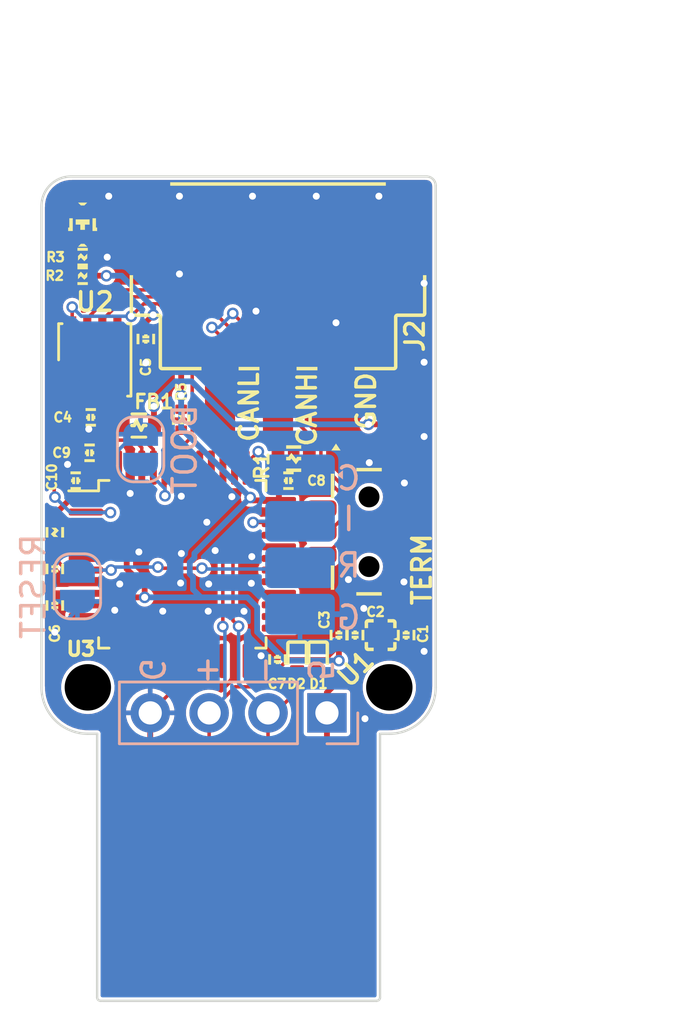
<source format=kicad_pcb>
(kicad_pcb (version 20201116) (generator pcbnew)
  (layers (0 "F.Cu" signal) (31 "B.Cu" signal) (34 "B.Paste" user) (35 "F.Paste" user) (36 "B.SilkS" user "B.Silkscreen") (37 "F.SilkS" user "F.Silkscreen") (38 "B.Mask" user) (39 "F.Mask" user) (44 "Edge.Cuts" user))
  (net 0 "")
  (net 1 "GND")
  (net 2 "+5V")
  (net 3 "+3V3")
  (net 4 "USB_D-")
  (net 5 "USB_D+")
  (net 6 "CAN-")
  (net 7 "CAN+")
  (net 8 "Net-(R1-Pad1)")
  (net 9 "Net-(SW1-Pad1)")
  (net 10 "CAN_EN")
  (net 11 "STATUS_LED")
  (net 12 "Net-(D3-PadRA)")
  (net 13 "CAN_TX")
  (net 14 "CAN_RX")
  (net 15 "Net-(U3-Pad44)")
  (net 16 "Net-(D3-PadGK)")
  (net 17 "Net-(U3-Pad42)")
  (net 18 "Net-(U3-Pad41)")
  (net 19 "Net-(U3-Pad40)")
  (net 20 "Net-(U3-Pad39)")
  (net 21 "Net-(U3-Pad38)")
  (net 22 "nRST")
  (net 23 "SWD_IO")
  (net 24 "Net-(U3-Pad31)")
  (net 25 "Net-(U3-Pad30)")
  (net 26 "Net-(U3-Pad29)")
  (net 27 "Net-(U3-Pad28)")
  (net 28 "Net-(U3-Pad27)")
  (net 29 "Net-(U3-Pad26)")
  (net 30 "Net-(U3-Pad25)")
  (net 31 "Net-(U3-Pad22)")
  (net 32 "Net-(U3-Pad21)")
  (net 33 "Net-(U3-Pad20)")
  (net 34 "Net-(U3-Pad19)")
  (net 35 "Net-(U3-Pad18)")
  (net 36 "Net-(U3-Pad17)")
  (net 37 "Net-(U3-Pad16)")
  (net 38 "Net-(U3-Pad15)")
  (net 39 "Net-(U3-Pad14)")
  (net 40 "Net-(U3-Pad13)")
  (net 41 "Net-(U3-Pad12)")
  (net 42 "Net-(U3-Pad11)")
  (net 43 "Net-(U3-Pad10)")
  (net 44 "SWD_CLK")
  (net 45 "Net-(U3-Pad6)")
  (net 46 "Net-(U3-Pad5)")
  (net 47 "Net-(U3-Pad4)")
  (net 48 "Net-(U3-Pad3)")
  (net 49 "Net-(C4-Pad1)")
  (footprint "Diode_SMD:1006_C" (layer "F.Cu") (at 153.425 85.3 -90)
    (fp_text reference "D1")
    (fp_text value "TVS")
  )
  (footprint "Capacitor_SMD:1005_C" (layer "F.Cu") (at 154.324999 84.25 90)
    (fp_text reference "C3")
    (fp_text value "10uF")
  )
  (footprint "Capacitor_SMD:1005_C" (layer "F.Cu") (at 157.225 84.25 90)
    (fp_text reference "C1")
    (fp_text value "1uF")
  )
  (footprint "Connector_JST:JST_XH_S3B-XH-SM4-TB_1x03_P2.50mm_RightAngle" (layer "F.Cu") (at 151.7 64.9 180)
    (fp_text reference "J2")
    (fp_text value "CAN")
  )
  (footprint "Package_QFP:LQFP-48_7x7mm_P0.5mm" (layer "F.Cu") (at 147.575 81.2)
    (fp_text reference "U3")
    (fp_text value "STM32L552C(C-E)Tx")
  )
  (footprint "Resistor_SMD:1608_C" (layer "F.Cu") (at 152.375 76.65 180)
    (fp_text reference "R1")
    (fp_text value "120")
  )
  (footprint "Capacitor_SMD:1005_C" (layer "F.Cu") (at 142.075 82.975 -90)
    (fp_text reference "C6")
    (fp_text value "0.1uF")
  )
  (footprint "Resistor_SMD:1005_C" (layer "F.Cu") (at 147.525 74.975 90)
    (fp_text reference "R5")
    (fp_text value "10k")
  )
  (footprint "Inductor_SMD:1608_C" (layer "F.Cu") (at 145.7 75.225)
    (fp_text reference "FB1")
    (fp_text value "FILTER")
  )
  (footprint "Capacitor_SMD:1005_C" (layer "F.Cu") (at 143.575 76.4 180)
    (fp_text reference "C9")
    (fp_text value "0.1uF")
  )
  (footprint "Capacitor_SMD:1005_C" (layer "F.Cu") (at 152.15 77.6)
    (fp_text reference "C8")
    (fp_text value "0.1uF")
  )
  (footprint "Button_Switch_SMD:SPDT_Slide_HRO_K3-1293S" (layer "F.Cu") (at 155.625 79.8 90)
    (fp_text reference "SW1")
    (fp_text value "TERM")
  )
  (footprint "Resistor_SMD:1005_C" (layer "F.Cu") (at 143.275 67.975)
    (fp_text reference "R3")
    (fp_text value "680")
  )
  (footprint "Capacitor_SMD:1005_C" (layer "F.Cu") (at 155.025 84.25 90)
    (fp_text reference "C2")
    (fp_text value "0.1uF")
  )
  (footprint "Resistor_SMD:1005_C" (layer "F.Cu") (at 143.275 68.775 180)
    (fp_text reference "R2")
    (fp_text value "680")
  )
  (footprint "Capacitor_SMD:1005_C" (layer "F.Cu") (at 146 71.5 -90)
    (fp_text reference "C5")
    (fp_text value "0.1uF")
  )
  (footprint "Package_DFN_QFN:DFN-8-1EP_3x3mm_P0.65mm_EP1.55x2.4mm" (layer "F.Cu") (at 143.8 72.4 90)
    (fp_text reference "U2")
    (fp_text value "MCP2562FD" hide)
  )
  (footprint "Capacitor_SMD:1005_C" (layer "F.Cu") (at 151.675 85.3 90)
    (fp_text reference "C7")
    (fp_text value "0.1uF")
  )
  (footprint "Capacitor_SMD:1005_C" (layer "F.Cu") (at 142.975 77.6 180)
    (fp_text reference "C10")
    (fp_text value "0.1uF")
  )
  (footprint "Resistor_SMD:1005_C" (layer "F.Cu") (at 142.075001 79.825 -90)
    (fp_text reference "R4" hide)
    (fp_text value "10k")
  )
  (footprint "LED_SMD:Duo_LED_1.6x0.8_Kingbright_APHB1608LZGKSURKC" (layer "F.Cu") (at 143.275 66.575 90)
    (fp_text reference "D3")
    (fp_text value "USER" hide)
  )
  (footprint "Package_BGA:TI_DSBGA-4_0.875x0.875mm_Layout2x1x2_P0.35mm" (layer "F.Cu") (at 156.125 84.25 180)
    (fp_text reference "U1")
    (fp_text value "LP5907UVX-3.3")
  )
  (footprint "MountingHole:Plain_Hole_2mm" (layer "F.Cu") (at 143.5 86.5)
    (fp_text reference "H1" hide)
    (fp_text value "Mount_Hole_Ungrounded" hide)
  )
  (footprint "Capacitor_SMD:1005_C" (layer "F.Cu") (at 142.075 81.4 -90)
    (fp_text reference "C11" hide)
    (fp_text value "0.1uF")
  )
  (footprint "Capacitor_SMD:1005_C" (layer "F.Cu") (at 143.625 74.875 180)
    (fp_text reference "C4")
    (fp_text value "0.1uF")
  )
  (footprint "Connector_USB:USB_A_PCB_traces_small" (layer "F.Cu") (at 150 100 90)
    (fp_text reference "J1" hide)
    (fp_text value "PLUG" hide)
  )
  (footprint "Diode_SMD:1006_C" (layer "F.Cu") (at 152.525 85.3 -90)
    (fp_text reference "D2")
    (fp_text value "TVS")
  )
  (footprint "MountingHole:Plain_Hole_2mm" (layer "F.Cu") (at 156.5 86.5)
    (fp_text reference "H2" hide)
    (fp_text value "Mount_Hole_Ungrounded" hide)
  )
  (footprint "Jumper:SolderJumper-2_P1.3mm_Open_RoundedPad1.0x1.5mm" (layer "B.Cu") (at 145.775 76.25 -90)
    (fp_text reference "JP1" hide)
    (fp_text value "BOOT")
  )
  (footprint "Jumper:SolderJumper-2_P1.3mm_Open_RoundedPad1.0x1.5mm" (layer "B.Cu") (at 143.05 82.15 90)
    (fp_text reference "JP2" hide)
    (fp_text value "RESET")
  )
  (footprint "SH_Solder_Pads:4P_3x1.75_P2.0" (layer "B.Cu") (at 152.65 80.35 180)
    (fp_text reference "J3" hide)
    (fp_text value "SWD" hide)
  )
  (footprint "Connector_PinHeader_2.54mm:PinHeader_1x04_P2.54mm_Vertical" (layer "B.Cu") (at 153.81 87.6 90)
    (fp_text reference "J4" hide)
    (fp_text value "HEADER")
  )
  (gr_arc (start 156.5 86.5) (end 158.5 86.5) (angle 90) (layer "Edge.Cuts") (width 0.1))
  (gr_arc (start 143.5 86.5) (end 141.5 86.5) (angle -90) (layer "Edge.Cuts") (width 0.1))
  (gr_line (start 156.5 88.5) (end 156.1 88.5) (layer "Edge.Cuts") (width 0.1))
  (gr_line (start 155.95 100) (end 144.05 100) (layer "Edge.Cuts") (width 0.1))
  (gr_line (start 141.5 86.5) (end 141.5 65.775) (layer "Edge.Cuts") (width 0.1))
  (gr_line (start 158.5 64.9) (end 158.5 86.5) (layer "Edge.Cuts") (width 0.1))
  (gr_line (start 156.1 88.5) (end 156.1 99.85) (layer "Edge.Cuts") (width 0.1))
  (gr_arc (start 142.775 65.775) (end 142.775 64.5) (angle -90) (layer "Edge.Cuts") (width 0.1))
  (gr_arc (start 158.1 64.9) (end 158.5 64.9) (angle -90) (layer "Edge.Cuts") (width 0.1))
  (gr_line (start 142.775 64.5) (end 158.1 64.5) (layer "Edge.Cuts") (width 0.1))
  (gr_line (start 143.9 99.85) (end 143.9 88.5) (layer "Edge.Cuts") (width 0.1))
  (gr_line (start 143.5 88.5) (end 143.9 88.5) (layer "Edge.Cuts") (width 0.1))
  (gr_arc (start 144.05 99.85) (end 144.05 100) (angle 90) (layer "Edge.Cuts") (width 0.1))
  (gr_arc (start 155.95 99.85) (end 155.95 100) (angle -90) (layer "Edge.Cuts") (width 0.1))
  (gr_text "G" (at 146.25 85.75 270) (layer "B.SilkS") (effects (font (size 1 1)) (justify mirror)))
  (gr_text "-" (at 151.25 85.75 270) (layer "B.SilkS") (effects (font (size 1 1)) (justify mirror)))
  (gr_text "+" (at 148.75 85.75 270) (layer "B.SilkS") (effects (font (size 1 1)) (justify mirror)))
  (gr_text "5" (at 153.5 85.75 270) (layer "B.SilkS") (effects (font (size 1 1)) (justify mirror)))
  (gr_text "R" (at 154.75 81.25) (layer "B.SilkS") (effects (font (size 1 1)) (justify mirror)))
  (gr_text "C" (at 154.75 77.5) (layer "B.SilkS") (effects (font (size 1 1)) (justify mirror)))
  (gr_text "G" (at 154.75 83.5) (layer "B.SilkS") (effects (font (size 1 1)) (justify mirror)))
  (gr_text "I" (at 154.75 79.25) (layer "B.SilkS") (effects (font (size 1 1)) (justify mirror)))
  (gr_text "CANL" (at 150.45 72.85 90) (layer "F.SilkS") (effects (font (size 0.8 0.8)) (justify right)))
  (gr_text "GND" (at 155.5 72.85 90) (layer "F.SilkS") (effects (font (size 0.8 0.8)) (justify right)))
  (gr_text "CANH" (at 152.95 72.85 90) (layer "F.SilkS") (effects (font (size 0.8 0.8)) (justify right)))
  (segment (start 154.2 73.65) (end 155.95 73.65) (width 0.15) (layer "F.Cu") (net 1))
  (segment (start 153.425 84.85) (end 152.525 84.85) (width 0.15) (layer "F.Cu") (net 1))
  (segment (start 154.525 83.599999) (end 154.324999 83.8) (width 0.15) (layer "F.Cu") (net 1))
  (segment (start 154.525 76.825) (end 155.635 76.825) (width 0.15) (layer "F.Cu") (net 1))
  (segment (start 155.4 83.425) (end 155.025 83.8) (width 0.15) (layer "F.Cu") (net 1))
  (segment (start 157.3 87.85) (end 155.45 87.85) (width 0.15) (layer "F.Cu") (net 1))
  (segment (start 155.3 84.075) (end 155.025 83.8) (width 0.15) (layer "F.Cu") (net 1))
  (segment (start 154.525 82.775) (end 154.525 82.069811) (width 0.15) (layer "F.Cu") (net 1))
  (segment (start 148.63 79.39) (end 148.63 79.37) (width 0.15) (layer "F.Cu") (net 1))
  (segment (start 155.95 73.65) (end 158 75.7) (width 0.15) (layer "F.Cu") (net 1))
  (segment (start 154.2 73.65) (end 154.2 70.8) (width 0.15) (layer "F.Cu") (net 1))
  (segment (start 150.728002 78.800002) (end 145.975002 78.800002) (width 0.15) (layer "F.Cu") (net 1))
  (segment (start 156.725 82.775) (end 156.725 82.365) (width 0.15) (layer "F.Cu") (net 1))
  (segment (start 142.35 71.193214) (end 143.556786 72.4) (width 0.15) (layer "F.Cu") (net 1))
  (segment (start 148.69 83.22) (end 146.73 83.22) (width 0.15) (layer "F.Cu") (net 1))
  (segment (start 142.944782 69.4) (end 142.5 69.4) (width 0.15) (layer "F.Cu") (net 1))
  (segment (start 142.075 83.425) (end 142.075 84.125) (width 0.15) (layer "F.Cu") (net 1))
  (segment (start 154.2 73.65) (end 157.4 70.45) (width 0.15) (layer "F.Cu") (net 1))
  (segment (start 146 71.95) (end 146 72.525) (width 0.15) (layer "F.Cu") (net 1))
  (segment (start 154.324999 83.950001) (end 153.425 84.85) (width 0.15) (layer "F.Cu") (net 1))
  (segment (start 154.525 76.825) (end 154.525 73.975) (width 0.15) (layer "F.Cu") (net 1))
  (segment (start 154.324999 83.8) (end 154.324999 83.950001) (width 0.15) (layer "F.Cu") (net 1))
  (segment (start 156.725 76.825) (end 156.725 82.775) (width 0.15) (layer "F.Cu") (net 1))
  (segment (start 149.825 85.3625) (end 149.825 86.02428) (width 0.15) (layer "F.Cu") (net 1))
  (segment (start 149.825 86.02428) (end 149.324281 86.524999) (width 0.15) (layer "F.Cu") (net 1))
  (segment (start 148.71 82.05) (end 147.54 82.05) (width 0.15) (layer "F.Cu") (net 1))
  (segment (start 152.7 77.7) (end 152.6 77.6) (width 0.15) (layer "F.Cu") (net 1))
  (segment (start 155.725 82.775) (end 155.4 83.1) (width 0.15) (layer "F.Cu") (net 1))
  (segment (start 143.556786 72.4) (end 143.8 72.4) (width 0.15) (layer "F.Cu") (net 1))
  (segment (start 147.54 82.05) (end 147.5 82.01) (width 0.15) (layer "F.Cu") (net 1))
  (segment (start 144.775 81.95) (end 144.875 82.05) (width 0.15) (layer "F.Cu") (net 1))
  (segment (start 150.878 78.95) (end 150.728002 78.800002) (width 0.15) (layer "F.Cu") (net 1))
  (segment (start 146 71.95) (end 144.25 71.95) (width 0.15) (layer "F.Cu") (net 1))
  (segment (start 143.4125 81.95) (end 142.175 81.95) (width 0.15) (layer "F.Cu") (net 1))
  (segment (start 143.4125 81.95) (end 144.775 81.95) (width 0.15) (layer "F.Cu") (net 1))
  (segment (start 158 84.95) (end 158 87.15) (width 0.15) (layer "F.Cu") (net 1))
  (segment (start 151.7375 78.95) (end 152.45 78.95) (width 0.15) (layer "F.Cu") (net 1))
  (segment (start 144.25 71.95) (end 143.8 72.4) (width 0.15) (layer "F.Cu") (net 1))
  (segment (start 148.63 79.37) (end 149.71 78.29) (width 0.15) (layer "F.Cu") (net 1))
  (segment (start 151.675 84.85) (end 151.26 84.85) (width 0.15) (layer "F.Cu") (net 1))
  (segment (start 150.55 82.90866) (end 150.233091 83.225569) (width 0.15) (layer "F.Cu") (net 1))
  (segment (start 154.525 82.069811) (end 154.73603 81.858781) (width 0.15) (layer "F.Cu") (net 1))
  (segment (start 145.325 77.0375) (end 145.325 78.15) (width 0.15) (layer "F.Cu") (net 1))
  (segment (start 150.12573 84.39999) (end 151.22499 84.39999) (width 0.15) (layer "F.Cu") (net 1))
  (segment (start 147.66052 80.61) (end 147.533366 80.737154) (width 0.15) (layer "F.Cu") (net 1))
  (segment (start 156.725 76.825) (end 155.635 76.825) (width 0.15) (layer "F.Cu") (net 1))
  (segment (start 157.4 66.65) (end 146 66.65) (width 0.15) (layer "F.Cu") (net 1))
  (segment (start 152.7 78.7) (end 152.7 77.7) (width 0.15) (layer "F.Cu") (net 1))
  (segment (start 143.25001 68.44999) (end 143.25001 69.094772) (width 0.15) (layer "F.Cu") (net 1))
  (segment (start 150.55 82.02) (end 150.55 82.90866) (width 0.15) (layer "F.Cu") (net 1))
  (segment (start 149.825 85.3625) (end 149.825 84.70072) (width 0.15) (layer "F.Cu") (net 1))
  (segment (start 155.025 83.8) (end 154.324999 83.8) (width 0.15) (layer "F.Cu") (net 1))
  (segment (start 152.45 78.95) (end 152.7 78.7) (width 0.15) (layer "F.Cu") (net 1))
  (segment (start 150.55 80.89) (end 150.57 80.87) (width 0.15) (layer "F.Cu") (net 1))
  (segment (start 151.26 84.85) (end 150.97 85.14) (width 0.15) (layer "F.Cu") (net 1))
  (segment (start 144.335 67.975) (end 144.675 67.975) (width 0.15) (layer "F.Cu") (net 1))
  (segment (start 143.475 74.575) (end 143.475 73.95) (width 0.15) (layer "F.Cu") (net 1))
  (segment (start 156.725 82.365) (end 157.13 81.96) (width 0.15) (layer "F.Cu") (net 1))
  (segment (start 143.25001 69.094772) (end 142.944782 69.4) (width 0.15) (layer "F.Cu") (net 1))
  (segment (start 143.475 72.725) (end 143.8 72.4) (width 0.15) (layer "F.Cu") (net 1))
  (segment (start 157.4 70.45) (end 157.4 66.65) (width 0.15) (layer "F.Cu") (net 1))
  (segment (start 143.175 75.015) (end 143.54 75.38) (width 0.15) (layer "F.Cu") (net 1))
  (segment (start 154.525 82.775) (end 154.525 83.599999) (width 0.15) (layer "F.Cu") (net 1))
  (segment (start 151.7375 78.95) (end 150.878 78.95) (width 0.15) (layer "F.Cu") (net 1))
  (segment (start 148.99 80.61) (end 147.66052 80.61) (width 0.15) (layer "F.Cu") (net 1))
  (segment (start 142.175 81.95) (end 142.075 81.85) (width 0.15) (layer "F.Cu") (net 1))
  (segment (start 143.725 67.975) (end 144.335 67.975) (width 0.25) (layer "F.Cu") (net 1))
  (segment (start 154.525 73.975) (end 154.2 73.65) (width 0.15) (layer "F.Cu") (net 1))
  (segment (start 144.675 67.975) (end 146 66.65) (width 0.15) (layer "F.Cu") (net 1))
  (segment (start 156.725 82.775) (end 155.725 82.775) (width 0.15) (layer "F.Cu") (net 1))
  (segment (start 145.975002 78.800002) (end 145.325 78.15) (width 0.15) (layer "F.Cu") (net 1))
  (segment (start 155.95 84.075) (end 155.3 84.075) (width 0.15) (layer "F.Cu") (net 1))
  (segment (start 151.675 84.85) (end 152.525 84.85) (width 0.15) (layer "F.Cu") (net 1))
  (segment (start 142.5 69.4) (end 142.35 69.55) (width 0.15) (layer "F.Cu") (net 1))
  (segment (start 143.175 74.875) (end 143.175 75.015) (width 0.15) (layer "F.Cu") (net 1))
  (segment (start 147.45 65.35) (end 147.45 68.7) (width 0.15) (layer "F.Cu") (net 1))
  (segment (start 155.4 83.1) (end 155.4 83.425) (width 0.15) (layer "F.Cu") (net 1))
  (segment (start 143.725 67.975) (end 143.25001 68.44999) (width 0.15) (layer "F.Cu") (net 1))
  (segment (start 151.22499 84.39999) (end 151.675 84.85) (width 0.15) (layer "F.Cu") (net 1))
  (segment (start 150.55 82.02) (end 150.55 80.89) (width 0.15) (layer "F.Cu") (net 1))
  (segment (start 142.35 69.55) (end 142.35 71.193214) (width 0.15) (layer "F.Cu") (net 1))
  (segment (start 156.05 65.35) (end 153.35 65.35) (width 0.15) (layer "F.Cu") (net 1))
  (segment (start 156.725 83.3) (end 157.225 83.8) (width 0.15) (layer "F.Cu") (net 1))
  (segment (start 158 87.15) (end 157.3 87.85) (width 0.15) (layer "F.Cu") (net 1))
  (segment (start 143.175 74.875) (end 143.475 74.575) (width 0.15) (layer "F.Cu") (net 1))
  (segment (start 143.475 73.95) (end 143.475 72.725) (width 0.15) (layer "F.Cu") (net 1))
  (segment (start 149.825 84.70072) (end 150.12573 84.39999) (width 0.15) (layer "F.Cu") (net 1))
  (segment (start 150.6 65.35) (end 147.45 65.35) (width 0.15) (layer "F.Cu") (net 1))
  (segment (start 156.725 82.775) (end 156.725 83.3) (width 0.15) (layer "F.Cu") (net 1))
  (segment (start 146.19 95.15) (end 146.19 87.6) (width 0.25) (layer "F.Cu") (net 1))
  (segment (start 147.265001 86.524999) (end 146.19 87.6) (width 0.15) (layer "F.Cu") (net 1))
  (segment (start 142.525 77.6) (end 142.525 77) (width 0.15) (layer "F.Cu") (net 1))
  (segment (start 149.324281 86.524999) (end 147.265001 86.524999) (width 0.15) (layer "F.Cu") (net 1))
  (segment (start 158 72.5) (end 158 69.1) (width 0.15) (layer "F.Cu") (net 1))
  (segment (start 142.525 77) (end 143.125 76.4) (width 0.15) (layer "F.Cu") (net 1))
  (via (at 150.57 80.87) (size 0.5) (drill 0.3) (layers "F.Cu" "B.Cu") (net 1))
  (via (at 158 72.5) (size 0.5) (drill 0.3) (layers "F.Cu" "B.Cu") (net 1))
  (via (at 153.35 65.35) (size 0.5) (drill 0.3) (layers "F.Cu" "B.Cu") (net 1))
  (via (at 154.73603 81.858781) (size 0.5) (drill 0.3) (layers "F.Cu" "B.Cu") (net 1))
  (via (at 145.70001 80.67) (size 0.5) (drill 0.3) (layers "F.Cu" "B.Cu") (net 1))
  (via (at 147.45 68.7) (size 0.5) (drill 0.3) (layers "F.Cu" "B.Cu") (net 1))
  (via (at 147.533366 80.737154) (size 0.5) (drill 0.3) (layers "F.Cu" "B.Cu") (net 1))
  (via (at 144.66 83.18) (size 0.5) (drill 0.3) (layers "F.Cu" "B.Cu") (net 1))
  (via (at 147.5 82.01) (size 0.5) (drill 0.3) (layers "F.Cu" "B.Cu") (net 1))
  (via (at 156.05 65.35) (size 0.5) (drill 0.3) (layers "F.Cu" "B.Cu") (net 1))
  (via (at 148.99 80.61) (size 0.5) (drill 0.3) (layers "F.Cu" "B.Cu") (net 1))
  (via (at 158 84.95) (size 0.5) (drill 0.3) (layers "F.Cu" "B.Cu") (net 1))
  (via (at 158 75.7) (size 0.5) (drill 0.3) (layers "F.Cu" "B.Cu") (net 1))
  (via (at 155.45 87.85) (size 0.5) (drill 0.3) (layers "F.Cu" "B.Cu") (net 1))
  (via (at 146 72.525) (size 0.5) (drill 0.3) (layers "F.Cu" "B.Cu") (net 1))
  (via (at 143.54 75.38) (size 0.5) (drill 0.3) (layers "F.Cu" "B.Cu") (net 1))
  (via (at 157.15 77.7) (size 0.5) (drill 0.3) (layers "F.Cu" "B.Cu") (net 1))
  (via (at 147.45 65.35) (size 0.5) (drill 0.3) (layers "F.Cu" "B.Cu") (net 1))
  (via (at 144.875 82.05) (size 0.5) (drill 0.3) (layers "F.Cu" "B.Cu") (net 1))
  (via (at 150.233091 83.225569) (size 0.5) (drill 0.3) (layers "F.Cu" "B.Cu") (net 1))
  (via (at 144.4 65.35) (size 0.5) (drill 0.3) (layers "F.Cu" "B.Cu") (net 1))
  (via (at 150.6 65.35) (size 0.5) (drill 0.3) (layers "F.Cu" "B.Cu") (net 1))
  (via (at 154.2 70.8) (size 0.5) (drill 0.3) (layers "F.Cu" "B.Cu") (net 1))
  (via (at 142.075 84.125) (size 0.5) (drill 0.3) (layers "F.Cu" "B.Cu") (net 1))
  (via (at 144.335 67.975) (size 0.5) (drill 0.3) (layers "F.Cu" "B.Cu") (net 1))
  (via (at 158 69.1) (size 0.5) (drill 0.3) (layers "F.Cu" "B.Cu") (net 1))
  (via (at 148.69 83.22) (size 0.5) (drill 0.3) (layers "F.Cu" "B.Cu") (net 1))
  (via (at 150.75 70.3) (size 0.5) (drill 0.3) (layers "F.Cu" "B.Cu") (net 1))
  (via (at 142.625 76.9) (size 0.5) (drill 0.3) (layers "F.Cu" "B.Cu") (net 1))
  (via (at 146.73 83.22) (size 0.5) (drill 0.3) (layers "F.Cu" "B.Cu") (net 1))
  (via (at 145.325 78.15) (size 0.5) (drill 0.3) (layers "F.Cu" "B.Cu") (net 1))
  (via (at 155.4 83.1) (size 0.5) (drill 0.3) (layers "F.Cu" "B.Cu") (net 1))
  (via (at 148.63 79.39) (size 0.5) (drill 0.3) (layers "F.Cu" "B.Cu") (net 1))
  (via (at 147.53 78.27) (size 0.5) (drill 0.3) (layers "F.Cu" "B.Cu") (net 1))
  (via (at 149.71 78.29) (size 0.5) (drill 0.3) (layers "F.Cu" "B.Cu") (net 1))
  (via (at 155.635 76.825) (size 0.5) (drill 0.3) (layers "F.Cu" "B.Cu") (net 1))
  (via (at 150.97 85.14) (size 0.5) (drill 0.3) (layers "F.Cu" "B.Cu") (net 1))
  (via (at 148.71 82.05) (size 0.5) (drill 0.3) (layers "F.Cu" "B.Cu") (net 1))
  (via (at 150.55 82.02) (size 0.5) (drill 0.3) (layers "F.Cu" "B.Cu") (net 1))
  (via (at 157.13 81.96) (size 0.5) (drill 0.3) (layers "F.Cu" "B.Cu") (net 1))
  (segment (start 144.79999 76.306796) (end 144.79999 77.62499) (width 0.15) (layer "B.Cu") (net 1))
  (segment (start 148.69 83.22) (end 150.227522 83.22) (width 0.15) (layer "B.Cu") (net 1))
  (segment (start 157.13 81.96) (end 157.13 84.08) (width 0.15) (layer "B.Cu") (net 1))
  (segment (start 145.767164 80.737154) (end 147.533366 80.737154) (width 0.15) (layer "B.Cu") (net 1))
  (segment (start 150.55 82.02) (end 148.74 82.02) (width 0.15) (layer "B.Cu") (net 1))
  (segment (start 145.506786 75.6) (end 144.79999 76.306796) (width 0.15) (layer "B.Cu") (net 1))
  (segment (start 158 67.3) (end 156.05 65.35) (width 0.15) (layer "B.Cu") (net 1))
  (segment (start 145.775 75.6) (end 145.775 72.75) (width 0.15) (layer "B.Cu") (net 1))
  (segment (start 144.79999 77.62499) (end 145.325 78.15) (width 0.15) (layer "B.Cu") (net 1))
  (segment (start 145.775 75.6) (end 145.506786 75.6) (width 0.15) (layer "B.Cu") (net 1))
  (segment (start 142.625 76.9) (end 142.625 76.295) (width 0.15) (layer "B.Cu") (net 1))
  (segment (start 143.875 78.15) (end 142.625 76.9) (width 0.15) (layer "B.Cu") (net 1))
  (segment (start 158 75.7) (end 158 72.5) (width 0.15) (layer "B.Cu") (net 1))
  (segment (start 150.55 82.02) (end 151.88 83.35) (width 0.25) (layer "B.Cu") (net 1))
  (segment (start 142.075 84.125) (end 143.05 83.15) (width 0.15) (layer "B.Cu") (net 1))
  (segment (start 145.325 78.15) (end 143.875 78.15) (width 0.15) (layer "B.Cu") (net 1))
  (segment (start 148.74 82.02) (end 148.71 82.05) (width 0.15) (layer "B.Cu") (net 1))
  (segment (start 145.775 72.75) (end 146 72.525) (width 0.15) (layer "B.Cu") (net 1))
  (segment (start 151.25 70.8) (end 150.75 70.3) (width 0.15) (layer "B.Cu") (net 1))
  (segment (start 155.4 83.1) (end 155.15 83.35) (width 0.25) (layer "B.Cu") (net 1))
  (segment (start 154.2 70.8) (end 151.25 70.8) (width 0.15) (layer "B.Cu") (net 1))
  (segment (start 151.88 83.35) (end 152.65 83.35) (width 0.25) (layer "B.Cu") (net 1))
  (segment (start 150.57 80.87) (end 149.25 80.87) (width 0.15) (layer "B.Cu") (net 1))
  (segment (start 158 69.1) (end 158 67.3) (width 0.15) (layer "B.Cu") (net 1))
  (segment (start 148.63 79.39) (end 147.533366 80.486634) (width 0.15) (layer "B.Cu") (net 1))
  (segment (start 149.71 78.29) (end 147.55 78.29) (width 0.15) (layer "B.Cu") (net 1))
  (segment (start 144.875 82.05) (end 146.493002 82.05) (width 0.15) (layer "B.Cu") (net 1))
  (segment (start 146.995001 81.548001) (end 146.995001 79.820001) (width 0.15) (layer "B.Cu") (net 1))
  (segment (start 146.995001 79.820001) (end 145.325 78.15) (width 0.15) (layer "B.Cu") (net 1))
  (segment (start 146.493002 82.05) (end 146.995001 81.548001) (width 0.15) (layer "B.Cu") (net 1))
  (segment (start 157.13 81.96) (end 157.13 77.72) (width 0.15) (layer "B.Cu") (net 1))
  (segment (start 155.15 83.35) (end 152.65 83.35) (width 0.25) (layer "B.Cu") (net 1))
  (segment (start 144.875 82.05) (end 144.125 82.8) (width 0.15) (layer "B.Cu") (net 1))
  (segment (start 143.05 83.15) (end 143.05 82.8) (width 0.15) (layer "B.Cu") (net 1))
  (segment (start 145.70001 80.67) (end 145.767164 80.737154) (width 0.15) (layer "B.Cu") (net 1))
  (segment (start 150.227522 83.22) (end 150.233091 83.225569) (width 0.15) (layer "B.Cu") (net 1))
  (segment (start 144.7 83.22) (end 144.66 83.18) (width 0.15) (layer "B.Cu") (net 1))
  (segment (start 149.25 80.87) (end 148.99 80.61) (width 0.15) (layer "B.Cu") (net 1))
  (segment (start 146.73 83.22) (end 144.7 83.22) (width 0.15) (layer "B.Cu") (net 1))
  (segment (start 157.13 77.72) (end 157.15 77.7) (width 0.15) (layer "B.Cu") (net 1))
  (segment (start 147.45 65.35) (end 144.4 65.35) (width 0.15) (layer "B.Cu") (net 1))
  (segment (start 142.625 76.295) (end 143.54 75.38) (width 0.15) (layer "B.Cu") (net 1))
  (segment (start 147.55 78.29) (end 147.53 78.27) (width 0.15) (layer "B.Cu") (net 1))
  (segment (start 157.13 84.08) (end 158 84.95) (width 0.15) (layer "B.Cu") (net 1))
  (segment (start 153.35 65.35) (end 150.6 65.35) (width 0.15) (layer "B.Cu") (net 1))
  (segment (start 147.533366 80.486634) (end 147.533366 80.737154) (width 0.15) (layer "B.Cu") (net 1))
  (segment (start 144.125 82.8) (end 143.05 82.8) (width 0.15) (layer "B.Cu") (net 1))
  (segment (start 156.475 75.175) (end 157.75001 76.45001) (width 0.25) (layer "F.Cu") (net 2))
  (segment (start 146.35 75.2) (end 146.375 75.225) (width 0.25) (layer "F.Cu") (net 2))
  (segment (start 157.225 84.7) (end 157.75001 84.17499) (width 0.25) (layer "F.Cu") (net 2))
  (segment (start 157.75001 84.17499) (end 157.75001 76.45001) (width 0.25) (layer "F.Cu") (net 2))
  (segment (start 156.6 84.075) (end 157.225 84.7) (width 0.25) (layer "F.Cu") (net 2))
  (segment (start 157.099989 84.825011) (end 155.709623 84.825011) (width 0.25) (layer "F.Cu") (net 2))
  (segment (start 157.225 84.7) (end 157.099989 84.825011) (width 0.25) (layer "F.Cu") (net 2))
  (segment (start 156.3 84.425) (end 156.95 84.425) (width 0.15) (layer "F.Cu") (net 2))
  (segment (start 153.81 95.15) (end 153.81 87.6) (width 0.25) (layer "F.Cu") (net 2))
  (segment (start 156.3 84.075) (end 156.6 84.075) (width 0.15) (layer "F.Cu") (net 2))
  (segment (start 155.709623 84.825011) (end 153.81 86.724634) (width 0.25) (layer "F.Cu") (net 2))
  (segment (start 153.81 86.724634) (end 153.81 87.6) (width 0.25) (layer "F.Cu") (net 2))
  (segment (start 156.95 84.425) (end 157.225 84.7) (width 0.15) (layer "F.Cu") (net 2))
  (segment (start 146.35 74.4) (end 146.35 75.2) (width 0.25) (layer "F.Cu") (net 2))
  (segment (start 155.6 75.175) (end 156.475 75.175) (width 0.25) (layer "F.Cu") (net 2))
  (segment (start 156.95 84.425) (end 156.325001 84.425) (width 0.25) (layer "F.Cu") (net 2))
  (segment (start 156.6 84.075) (end 156.325001 84.075) (width 0.25) (layer "F.Cu") (net 2))
  (via (at 155.6 75.175) (size 0.5) (drill 0.3) (layers "F.Cu" "B.Cu") (net 2))
  (via (at 146.35 74.4) (size 0.5) (drill 0.3) (layers "F.Cu" "B.Cu") (net 2))
  (segment (start 147.275 73.325) (end 146.35 74.25) (width 0.25) (layer "B.Cu") (net 2))
  (segment (start 146.35 74.25) (end 146.35 74.4) (width 0.25) (layer "B.Cu") (net 2))
  (segment (start 149.825 75.175) (end 147.975 73.325) (width 0.25) (layer "B.Cu") (net 2))
  (segment (start 155.6 75.175) (end 149.825 75.175) (width 0.25) (layer "B.Cu") (net 2))
  (segment (start 147.975 73.325) (end 147.275 73.325) (width 0.25) (layer "B.Cu") (net 2))
  (segment (start 151.7375 78.45) (end 151.7375 77.6375) (width 0.25) (layer "F.Cu") (net 3))
  (segment (start 146 71.05) (end 146 70.78) (width 0.25) (layer "F.Cu") (net 3))
  (segment (start 145.175 81.4) (end 145.95 82.175) (width 0.25) (layer "F.Cu") (net 3))
  (segment (start 144.975 71.05) (end 144.775 70.85) (width 0.25) (layer "F.Cu") (net 3))
  (segment (start 144.319992 82.625) (end 144.144992 82.45) (width 0.25) (layer "F.Cu") (net 3))
  (segment (start 144.1875 76.4) (end 144.825 77.0375) (width 0.25) (layer "F.Cu") (net 3))
  (segment (start 144.775 78.45) (end 145.175 78.85) (width 0.25) (layer "F.Cu") (net 3))
  (segment (start 143.4125 78.45) (end 144.775 78.45) (width 0.25) (layer "F.Cu") (net 3))
  (segment (start 154.324999 84.7) (end 154.324999 85.349999) (width 0.25) (layer "F.Cu") (net 3))
  (segment (start 155.95 84.425) (end 155.735 84.425) (width 0.15) (layer "F.Cu") (net 3))
  (segment (start 142.680008 78.45) (end 142.075001 79.055007) (width 0.25) (layer "F.Cu") (net 3))
  (segment (start 154.324999 84.738923) (end 154.324999 84.7) (width 0.15) (layer "F.Cu") (net 3))
  (segment (start 143.725 68.775) (end 144.3 68.775) (width 0.25) (layer "F.Cu") (net 3))
  (segment (start 150.625 78.45) (end 150.5 78.325) (width 0.25) (layer "F.Cu") (net 3))
  (segment (start 153.788912 85.27501) (end 154.324999 84.738923) (width 0.15) (layer "F.Cu") (net 3))
  (segment (start 155.025 84.7) (end 155.3 84.425) (width 0.25) (layer "F.Cu") (net 3))
  (segment (start 151.675 85.75) (end 150.41 85.75) (width 0.25) (layer "F.Cu") (net 3))
  (segment (start 143.4125 77.6125) (end 143.425 77.6) (width 0.25) (layer "F.Cu") (net 3))
  (segment (start 145.95 82.175) (end 145.95 82.625) (width 0.25) (layer "F.Cu") (net 3))
  (segment (start 146 70.78) (end 146.32 70.46) (width 0.25) (layer "F.Cu") (net 3))
  (segment (start 151.675 85.75) (end 152.14999 85.27501) (width 0.15) (layer "F.Cu") (net 3))
  (segment (start 145.175 78.85) (end 145.175 81.4) (width 0.25) (layer "F.Cu") (net 3))
  (segment (start 144.025 77) (end 143.425 77.6) (width 0.25) (layer "F.Cu") (net 3))
  (segment (start 147.525 73.925) (end 147.525 72.575) (width 0.25) (layer "F.Cu") (net 3))
  (segment (start 144.025 76.4) (end 144.025 77) (width 0.25) (layer "F.Cu") (net 3))
  (segment (start 155.3 84.425) (end 155.735 84.425) (width 0.25) (layer "F.Cu") (net 3))
  (segment (start 143.4125 82.45) (end 142.15 82.45) (width 0.25) (layer "F.Cu") (net 3))
  (segment (start 144.025 76.4) (end 144.1875 76.4) (width 0.25) (layer "F.Cu") (net 3))
  (segment (start 145.95 82.625) (end 144.319992 82.625) (width 0.25) (layer "F.Cu") (net 3))
  (segment (start 151.7375 77.6375) (end 151.7 77.6) (width 0.25) (layer "F.Cu") (net 3))
  (segment (start 152.14999 85.27501) (end 153.788912 85.27501) (width 0.15) (layer "F.Cu") (net 3))
  (segment (start 144.144992 82.45) (end 143.4125 82.45) (width 0.25) (layer "F.Cu") (net 3))
  (segment (start 142.15 82.45) (end 142.075 82.525) (width 0.25) (layer "F.Cu") (net 3))
  (segment (start 151.7375 78.45) (end 150.625 78.45) (width 0.25) (layer "F.Cu") (net 3))
  (segment (start 146 71.05) (end 144.975 71.05) (width 0.25) (layer "F.Cu") (net 3))
  (segment (start 142.075001 79.055007) (end 142.075001 79.375) (width 0.25) (layer "F.Cu") (net 3))
  (segment (start 147.525 73.925) (end 147.525 74.525) (width 0.25) (layer "F.Cu") (net 3))
  (segment (start 150.41 85.75) (end 150.325 85.665) (width 0.25) (layer "F.Cu") (net 3))
  (segment (start 143.4125 78.45) (end 143.4125 77.6125) (width 0.25) (layer "F.Cu") (net 3))
  (segment (start 155.025 84.7) (end 154.324999 84.7) (width 0.25) (layer "F.Cu") (net 3))
  (segment (start 143.4125 78.45) (end 142.680008 78.45) (width 0.25) (layer "F.Cu") (net 3))
  (segment (start 150.325 85.665) (end 150.325 85.3625) (width 0.25) (layer "F.Cu") (net 3))
  (segment (start 154.324999 85.349999) (end 154.325 85.35) (width 0.25) (layer "F.Cu") (net 3))
  (segment (start 147.525 72.575) (end 146 71.05) (width 0.25) (layer "F.Cu") (net 3))
  (via (at 147.525 73.925) (size 0.5) (drill 0.3) (layers "F.Cu" "B.Cu") (net 3))
  (via (at 154.325 85.35) (size 0.5) (drill 0.3) (layers "F.Cu" "B.Cu") (net 3))
  (via (at 145.95 82.625) (size 0.5) (drill 0.3) (layers "F.Cu" "B.Cu") (net 3))
  (via (at 146.32 70.46) (size 0.5) (drill 0.3) (layers "F.Cu" "B.Cu") (net 3))
  (via (at 144.3 68.775) (size 0.5) (drill 0.3) (layers "F.Cu" "B.Cu") (net 3))
  (via (at 150.5 78.325) (size 0.5) (drill 0.3) (layers "F.Cu" "B.Cu") (net 3))
  (segment (start 150.8 83.05) (end 150.375 82.625) (width 0.25) (layer "B.Cu") (net 3))
  (segment (start 148.094999 80.917999) (end 148.094999 80.730001) (width 0.25) (layer "B.Cu") (net 3))
  (segment (start 146.32 70.14) (end 146.32 70.46) (width 0.25) (layer "B.Cu") (net 3))
  (segment (start 144.955 68.775) (end 146.32 70.14) (width 0.25) (layer "B.Cu") (net 3))
  (segment (start 144.3 68.775) (end 144.955 68.775) (width 0.25) (layer "B.Cu") (net 3))
  (segment (start 150.5 78.325) (end 147.525 75.35) (width 0.25) (layer "B.Cu") (net 3))
  (segment (start 148.375 82.625) (end 148.034999 82.284999) (width 0.25) (layer "B.Cu") (net 3))
  (segment (start 147.525 75.35) (end 147.525 73.925) (width 0.25) (layer "B.Cu") (net 3))
  (segment (start 148.034999 81.762001) (end 147.894999 81.622001) (width 0.25) (layer "B.Cu") (net 3))
  (segment (start 148.094999 80.730001) (end 150.5 78.325) (width 0.25) (layer "B.Cu") (net 3))
  (segment (start 154.325 85.35) (end 152.03267 85.35) (width 0.25) (layer "B.Cu") (net 3))
  (segment (start 148.375 82.625) (end 145.95 82.625) (width 0.25) (layer "B.Cu") (net 3))
  (segment (start 148.034999 82.284999) (end 148.034999 81.762001) (width 0.25) (layer "B.Cu") (net 3))
  (segment (start 147.894999 81.622001) (end 147.894999 81.117999) (width 0.25) (layer "B.Cu") (net 3))
  (segment (start 150.8 84.11733) (end 150.8 83.05) (width 0.25) (layer "B.Cu") (net 3))
  (segment (start 147.894999 81.117999) (end 148.094999 80.917999) (width 0.25) (layer "B.Cu") (net 3))
  (segment (start 150.375 82.625) (end 148.375 82.625) (width 0.25) (layer "B.Cu") (net 3))
  (segment (start 152.03267 85.35) (end 150.8 84.11733) (width 0.25) (layer "B.Cu") (net 3))
  (segment (start 153.425 85.75) (end 151.575 87.6) (width 0.15) (layer "F.Cu") (net 4))
  (segment (start 151.575 87.6) (end 151.27 87.6) (width 0.15) (layer "F.Cu") (net 4))
  (segment (start 151.27 94.775) (end 151.27 87.6) (width 0.15) (layer "F.Cu") (net 4))
  (segment (start 149.75809 83.62809) (end 150 83.87) (width 0.15) (layer "F.Cu") (net 4))
  (segment (start 151.7375 80.45) (end 151.682498 80.394998) (width 0.15) (layer "F.Cu") (net 4))
  (segment (start 149.75809 81.008906) (end 149.75809 83.62809) (width 0.15) (layer "F.Cu") (net 4))
  (segment (start 151.682498 80.394998) (end 150.371998 80.394998) (width 0.15) (layer "F.Cu") (net 4))
  (segment (start 150.371998 80.394998) (end 149.75809 81.008906) (width 0.15) (layer "F.Cu") (net 4))
  (via (at 150 83.87) (size 0.5) (drill 0.3) (layers "F.Cu" "B.Cu") (net 4))
  (segment (start 150 86.33) (end 150 83.87) (width 0.15) (layer "B.Cu") (net 4))
  (segment (start 151.27 87.6) (end 150 86.33) (width 0.15) (layer "B.Cu") (net 4))
  (segment (start 148.73 94.775) (end 148.73 87.6) (width 0.15) (layer "F.Cu") (net 5))
  (segment (start 152.525 85.75) (end 151.800001 86.474999) (width 0.15) (layer "F.Cu") (net 5))
  (segment (start 151.7375 79.95) (end 150.362717 79.95) (width 0.15) (layer "F.Cu") (net 5))
  (segment (start 151.800001 86.474999) (end 149.855001 86.474999) (width 0.15) (layer "F.Cu") (net 5))
  (segment (start 150.362717 79.95) (end 149.320403 80.992314) (width 0.15) (layer "F.Cu") (net 5))
  (segment (start 149.855001 86.474999) (end 148.73 87.6) (width 0.15) (layer "F.Cu") (net 5))
  (segment (start 149.320403 80.992314) (end 149.320403 83.883199) (width 0.15) (layer "F.Cu") (net 5))
  (via (at 149.320403 83.883199) (size 0.5) (drill 0.3) (layers "F.Cu" "B.Cu") (net 5))
  (segment (start 149.41 86.92) (end 149.41 83.972796) (width 0.15) (layer "B.Cu") (net 5))
  (segment (start 148.73 87.6) (end 149.41 86.92) (width 0.15) (layer "B.Cu") (net 5))
  (segment (start 149.41 83.972796) (end 149.320403 83.883199) (width 0.15) (layer "B.Cu") (net 5))
  (segment (start 146.67227 69.684987) (end 149.2 72.212717) (width 0.15) (layer "F.Cu") (net 6))
  (segment (start 153.77594 80.8) (end 154.750021 79.825919) (width 0.15) (layer "F.Cu") (net 6))
  (segment (start 144.125 70.85) (end 144.125 70.681786) (width 0.15) (layer "F.Cu") (net 6))
  (segment (start 149.2 71.35) (end 148.85 71) (width 0.15) (layer "F.Cu") (net 6))
  (segment (start 153.55001 76.12501) (end 152.62501 75.20001) (width 0.15) (layer "F.Cu") (net 6))
  (segment (start 153.575 80.8) (end 153.77594 80.8) (width 0.15) (layer "F.Cu") (net 6))
  (segment (start 152.62501 75.20001) (end 152.62501 71.478216) (width 0.15) (layer "F.Cu") (net 6))
  (segment (start 154.750021 78.075931) (end 153.55001 76.87592) (width 0.15) (layer "F.Cu") (net 6))
  (segment (start 144.125 70.681786) (end 145.121799 69.684987) (width 0.15) (layer "F.Cu") (net 6))
  (segment (start 149.2 73.65) (end 149.2 71.35) (width 0.15) (layer "F.Cu") (net 6))
  (segment (start 149.2 72.212717) (end 149.2 73.65) (width 0.15) (layer "F.Cu") (net 6))
  (segment (start 149.75 70.4) (end 150.426603 71.076603) (width 0.15) (layer "F.Cu") (net 6))
  (segment (start 153.55001 76.87592) (end 153.55001 76.12501) (width 0.15) (layer "F.Cu") (net 6))
  (segment (start 145.121799 69.684987) (end 146.67227 69.684987) (width 0.15) (layer "F.Cu") (net 6))
  (segment (start 152.62501 71.478216) (end 152.223397 71.076603) (width 0.15) (layer "F.Cu") (net 6))
  (segment (start 150.426603 71.076603) (end 152.223397 71.076603) (width 0.15) (layer "F.Cu") (net 6))
  (segment (start 154.750021 79.825919) (end 154.750021 78.075931) (width 0.15) (layer "F.Cu") (net 6))
  (via (at 149.75 70.4) (size 0.5) (drill 0.3) (layers "F.Cu" "B.Cu") (net 6))
  (via (at 148.85 71) (size 0.5) (drill 0.3) (layers "F.Cu" "B.Cu") (net 6))
  (segment (start 149.15 71) (end 149.75 70.4) (width 0.15) (layer "B.Cu") (net 6))
  (segment (start 148.85 71) (end 149.15 71) (width 0.15) (layer "B.Cu") (net 6))
  (segment (start 143.475 70.611076) (end 144.7011 69.384976) (width 0.15) (layer "F.Cu") (net 7))
  (segment (start 144.7011 69.384976) (end 147.984922 69.384976) (width 0.15) (layer "F.Cu") (net 7))
  (segment (start 147.984922 69.384976) (end 151.7 73.100054) (width 0.15) (layer "F.Cu") (net 7))
  (segment (start 151.7 76.65) (end 151.7 73.65) (width 0.15) (layer "F.Cu") (net 7))
  (segment (start 143.475 70.85) (end 143.475 70.611076) (width 0.15) (layer "F.Cu") (net 7))
  (segment (start 151.7 73.100054) (end 151.7 73.65) (width 0.15) (layer "F.Cu") (net 7))
  (segment (start 154.45001 78.200198) (end 153.05 76.800188) (width 0.15) (layer "F.Cu") (net 8))
  (segment (start 153.9 79.8) (end 154.45001 79.24999) (width 0.15) (layer "F.Cu") (net 8))
  (segment (start 154.45001 79.24999) (end 154.45001 78.200198) (width 0.15) (layer "F.Cu") (net 8))
  (segment (start 153.05 76.800188) (end 153.05 76.65) (width 0.15) (layer "F.Cu") (net 8))
  (segment (start 153.575 79.8) (end 153.9 79.8) (width 0.15) (layer "F.Cu") (net 8))
  (segment (start 148.00001 71.437006) (end 146.548002 69.984998) (width 0.15) (layer "F.Cu") (net 10))
  (segment (start 145.905002 69.984998) (end 145.37 70.52) (width 0.15) (layer "F.Cu") (net 10))
  (segment (start 147.325 76.369782) (end 148.00001 75.694772) (width 0.15) (layer "F.Cu") (net 10))
  (segment (start 146.548002 69.984998) (end 145.905002 69.984998) (width 0.15) (layer "F.Cu") (net 10))
  (segment (start 148.00001 75.694772) (end 148.00001 71.437006) (width 0.15) (layer "F.Cu") (net 10))
  (segment (start 147.325 77.0375) (end 147.325 76.369782) (width 0.15) (layer "F.Cu") (net 10))
  (segment (start 142.825 70.125) (end 142.825 70.85) (width 0.15) (layer "F.Cu") (net 10))
  (via (at 142.825 70.125) (size 0.5) (drill 0.3) (layers "F.Cu" "B.Cu") (net 10))
  (via (at 145.37 70.52) (size 0.5) (drill 0.3) (layers "F.Cu" "B.Cu") (net 10))
  (segment (start 143.22 70.52) (end 145.37 70.52) (width 0.15) (layer "B.Cu") (net 10))
  (segment (start 142.825 70.125) (end 143.22 70.52) (width 0.15) (layer "B.Cu") (net 10))
  (segment (start 143.625 65.975) (end 143.625 65.941934) (width 0.15) (layer "F.Cu") (net 11))
  (segment (start 143.625 66.441934) (end 142.925 67.141934) (width 0.15) (layer "F.Cu") (net 11))
  (segment (start 142.925 67.141934) (end 142.925 67.175) (width 0.15) (layer "F.Cu") (net 11))
  (segment (start 143.625 65.975) (end 143.625 66.441934) (width 0.15) (layer "F.Cu") (net 11))
  (segment (start 143.625 65.941934) (end 143.158066 65.475) (width 0.15) (layer "F.Cu") (net 11))
  (segment (start 142.691934 65.475) (end 142.05 66.116934) (width 0.15) (layer "F.Cu") (net 11))
  (segment (start 142.05 66.116934) (end 142.05 78.275) (width 0.15) (layer "F.Cu") (net 11))
  (segment (start 144.451482 78.95) (end 144.476492 78.97501) (width 0.15) (layer "F.Cu") (net 11))
  (segment (start 142.05 78.275) (end 142.081265 78.306265) (width 0.15) (layer "F.Cu") (net 11))
  (segment (start 143.158066 65.475) (end 142.691934 65.475) (width 0.15) (layer "F.Cu") (net 11))
  (segment (start 143.4125 78.95) (end 144.451482 78.95) (width 0.15) (layer "F.Cu") (net 11))
  (via (at 144.476492 78.97501) (size 0.5) (drill 0.3) (layers "F.Cu" "B.Cu") (net 11))
  (via (at 142.081265 78.306265) (size 0.5) (drill 0.3) (layers "F.Cu" "B.Cu") (net 11))
  (segment (start 142.081265 78.306265) (end 142.75001 78.97501) (width 0.15) (layer "B.Cu") (net 11))
  (segment (start 142.75001 78.97501) (end 144.476492 78.97501) (width 0.15) (layer "B.Cu") (net 11))
  (segment (start 142.39999 66.50001) (end 142.39999 68.34999) (width 0.15) (layer "F.Cu") (net 12))
  (segment (start 142.925 65.975) (end 142.39999 66.50001) (width 0.15) (layer "F.Cu") (net 12))
  (segment (start 142.39999 68.34999) (end 142.825 68.775) (width 0.15) (layer "F.Cu") (net 12))
  (segment (start 145.825 77.0375) (end 145.825 76.179281) (width 0.15) (layer "F.Cu") (net 13))
  (segment (start 142.74999 75.282994) (end 142.74999 74.02501) (width 0.15) (layer "F.Cu") (net 13))
  (segment (start 142.74999 74.02501) (end 142.825 73.95) (width 0.15) (layer "F.Cu") (net 13))
  (segment (start 143.321998 75.855002) (end 142.74999 75.282994) (width 0.15) (layer "F.Cu") (net 13))
  (segment (start 145.825 76.179281) (end 145.500721 75.855002) (width 0.15) (layer "F.Cu") (net 13))
  (segment (start 145.500721 75.855002) (end 143.321998 75.855002) (width 0.15) (layer "F.Cu") (net 13))
  (segment (start 145.2 73.95) (end 145.75 74.5) (width 0.15) (layer "F.Cu") (net 14))
  (segment (start 144.775 73.95) (end 145.2 73.95) (width 0.15) (layer "F.Cu") (net 14))
  (segment (start 145.75 74.5) (end 145.75 74.975) (width 0.15) (layer "F.Cu") (net 14))
  (segment (start 146.325 76.255002) (end 146.325 77.0375) (width 0.15) (layer "F.Cu") (net 14))
  (segment (start 145.75 74.975) (end 145.75 75.680002) (width 0.15) (layer "F.Cu") (net 14))
  (segment (start 145.75 75.680002) (end 146.325 76.255002) (width 0.15) (layer "F.Cu") (net 14))
  (segment (start 146.825 77.0375) (end 146.825 76.125) (width 0.15) (layer "F.Cu") (net 15))
  (segment (start 146.825 76.125) (end 147.525 75.425) (width 0.15) (layer "F.Cu") (net 15))
  (segment (start 146.825 77.0375) (end 146.825 78.25) (width 0.15) (layer "F.Cu") (net 15))
  (via (at 146.825 78.25) (size 0.5) (drill 0.3) (layers "F.Cu" "B.Cu") (net 15))
  (segment (start 146.825 78.25) (end 146.825 77.95) (width 0.15) (layer "B.Cu") (net 15))
  (segment (start 146.825 77.95) (end 145.775 76.9) (width 0.15) (layer "B.Cu") (net 15))
  (segment (start 143.625 67.175) (end 143.625 67.330218) (width 0.15) (layer "F.Cu") (net 16))
  (segment (start 143.625 67.330218) (end 142.980218 67.975) (width 0.15) (layer "F.Cu") (net 16))
  (segment (start 142.980218 67.975) (end 142.825 67.975) (width 0.15) (layer "F.Cu") (net 16))
  (segment (start 142.575 81.45) (end 142.075 80.95) (width 0.15) (layer "F.Cu") (net 22))
  (segment (start 142.075001 80.275) (end 142.075001 80.949999) (width 0.15) (layer "F.Cu") (net 22))
  (segment (start 146.57 81.37) (end 148.42 81.37) (width 0.15) (layer "F.Cu") (net 22))
  (segment (start 143.4125 81.45) (end 142.575 81.45) (width 0.15) (layer "F.Cu") (net 22))
  (segment (start 146.52 81.32) (end 146.57 81.37) (width 0.15) (layer "F.Cu") (net 22))
  (segment (start 143.4125 81.45) (end 144.5 81.45) (width 0.15) (layer "F.Cu") (net 22))
  (segment (start 142.075001 80.949999) (end 142.075 80.95) (width 0.15) (layer "F.Cu") (net 22))
  (via (at 146.52 81.32) (size 0.5) (drill 0.3) (layers "F.Cu" "B.Cu") (net 22))
  (via (at 144.5 81.45) (size 0.5) (drill 0.3) (layers "F.Cu" "B.Cu") (net 22))
  (via (at 148.42 81.37) (size 0.5) (drill 0.3) (layers "F.Cu" "B.Cu") (net 22))
  (segment (start 144.5 81.45) (end 144.63 81.32) (width 0.15) (layer "B.Cu") (net 22))
  (segment (start 152.594999 81.405001) (end 148.455001 81.405001) (width 0.15) (layer "B.Cu") (net 22))
  (segment (start 143.1 81.45) (end 143.05 81.5) (width 0.15) (layer "B.Cu") (net 22))
  (segment (start 144.5 81.45) (end 143.1 81.45) (width 0.15) (layer "B.Cu") (net 22))
  (segment (start 152.65 81.35) (end 152.594999 81.405001) (width 0.15) (layer "B.Cu") (net 22))
  (segment (start 148.455001 81.405001) (end 148.42 81.37) (width 0.15) (layer "B.Cu") (net 22))
  (segment (start 144.63 81.32) (end 146.52 81.32) (width 0.15) (layer "B.Cu") (net 22))
  (segment (start 150.625 79.4) (end 151.6875 79.4) (width 0.15) (layer "F.Cu") (net 23))
  (segment (start 151.6875 79.4) (end 151.7375 79.45) (width 0.15) (layer "F.Cu") (net 23))
  (via (at 150.625 79.4) (size 0.5) (drill 0.3) (layers "F.Cu" "B.Cu") (net 23))
  (segment (start 150.675 79.35) (end 150.625 79.4) (width 0.15) (layer "B.Cu") (net 23))
  (segment (start 152.65 79.35) (end 150.675 79.35) (width 0.15) (layer "B.Cu") (net 23))
  (segment (start 150.325 77.0375) (end 150.325 76.875) (width 0.15) (layer "F.Cu") (net 44))
  (segment (start 150.325 76.875) (end 150.85 76.35) (width 0.15) (layer "F.Cu") (net 44))
  (via (at 150.85 76.35) (size 0.5) (drill 0.3) (layers "F.Cu" "B.Cu") (net 44))
  (segment (start 151.85 77.35) (end 152.65 77.35) (width 0.15) (layer "B.Cu") (net 44))
  (segment (start 150.85 76.35) (end 151.85 77.35) (width 0.15) (layer "B.Cu") (net 44))
  (segment (start 144.675 74.875) (end 145.025 75.225) (width 0.25) (layer "F.Cu") (net 49))
  (segment (start 144.125 73.95) (end 144.125 74.825) (width 0.25) (layer "F.Cu") (net 49))
  (segment (start 144.075 74.875) (end 144.675 74.875) (width 0.25) (layer "F.Cu") (net 49))
  (segment (start 144.125 74.825) (end 144.075 74.875) (width 0.25) (layer "F.Cu") (net 49))
  (zone (net 1) (net_name "GND") (layer "F.Cu") (name "GND") (connect_pads thru_hole_only (clearance 0.15)) (min_thickness 0.15) (fill yes (thermal_gap 0.2) (thermal_bridge_width 0.2) (smoothing fillet) (radius 0.1))
    (polygon (pts (xy 159.5 88.5) (xy 140.5 88.5) (xy 140.5 63.5) (xy 159.5 63.5)))
  )
  (zone (net 1) (net_name "GND") (layer "B.Cu") (name "GND") (connect_pads thru_hole_only (clearance 0.15)) (min_thickness 0.15) (fill yes (thermal_gap 0.2) (thermal_bridge_width 0.2) (smoothing fillet) (radius 0.1))
    (polygon (pts (xy 159.5 101) (xy 140.5 101) (xy 140.5 63.5) (xy 159.5 63.5)))
  )
)
</source>
